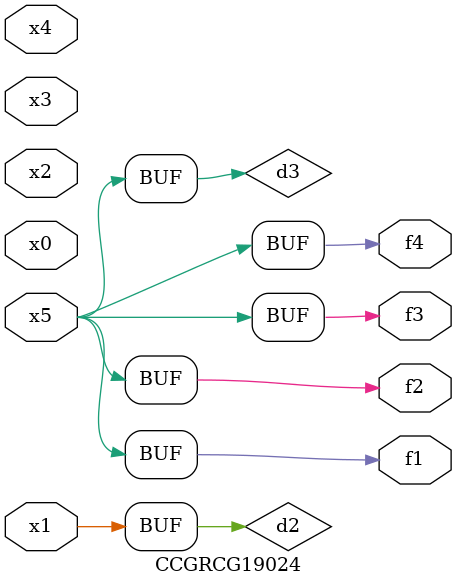
<source format=v>
module CCGRCG19024(
	input x0, x1, x2, x3, x4, x5,
	output f1, f2, f3, f4
);

	wire d1, d2, d3;

	not (d1, x5);
	or (d2, x1);
	xnor (d3, d1);
	assign f1 = d3;
	assign f2 = d3;
	assign f3 = d3;
	assign f4 = d3;
endmodule

</source>
